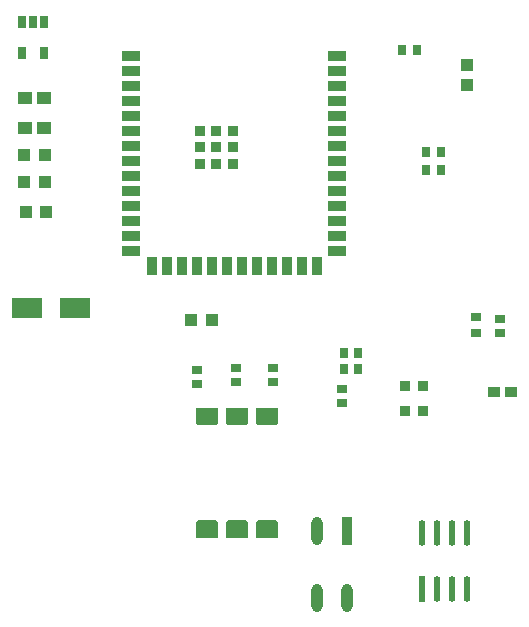
<source format=gtp>
G04*
G04 #@! TF.GenerationSoftware,Altium Limited,Altium Designer,24.4.1 (13)*
G04*
G04 Layer_Color=8421504*
%FSLAX44Y44*%
%MOMM*%
G71*
G04*
G04 #@! TF.SameCoordinates,F71D25A8-AE48-4460-AF49-DCF2FFE79A6F*
G04*
G04*
G04 #@! TF.FilePolarity,Positive*
G04*
G01*
G75*
%ADD17R,0.8500X0.7000*%
%ADD18R,1.1000X1.0000*%
%ADD19R,0.9000X0.9000*%
%ADD20R,1.5000X0.9000*%
%ADD21R,0.9000X1.5000*%
%ADD22R,0.8500X0.8500*%
%ADD23R,0.9000X0.7000*%
%ADD24R,0.7000X0.8500*%
%ADD25R,1.0000X1.1000*%
%ADD26R,1.0065X0.9582*%
G04:AMPARAMS|DCode=27|XSize=2.1741mm|YSize=0.5821mm|CornerRadius=0.2911mm|HoleSize=0mm|Usage=FLASHONLY|Rotation=90.000|XOffset=0mm|YOffset=0mm|HoleType=Round|Shape=RoundedRectangle|*
%AMROUNDEDRECTD27*
21,1,2.1741,0.0000,0,0,90.0*
21,1,1.5919,0.5821,0,0,90.0*
1,1,0.5821,0.0000,0.7960*
1,1,0.5821,0.0000,-0.7960*
1,1,0.5821,0.0000,-0.7960*
1,1,0.5821,0.0000,0.7960*
%
%ADD27ROUNDEDRECTD27*%
%ADD28R,0.5821X2.1741*%
G04:AMPARAMS|DCode=29|XSize=2.4033mm|YSize=0.9461mm|CornerRadius=0.473mm|HoleSize=0mm|Usage=FLASHONLY|Rotation=270.000|XOffset=0mm|YOffset=0mm|HoleType=Round|Shape=RoundedRectangle|*
%AMROUNDEDRECTD29*
21,1,2.4033,0.0000,0,0,270.0*
21,1,1.4572,0.9461,0,0,270.0*
1,1,0.9461,0.0000,-0.7286*
1,1,0.9461,0.0000,0.7286*
1,1,0.9461,0.0000,0.7286*
1,1,0.9461,0.0000,-0.7286*
%
%ADD29ROUNDEDRECTD29*%
%ADD30R,0.9461X2.4033*%
%ADD31C,1.3680*%
%ADD32R,2.5000X1.7000*%
G04:AMPARAMS|DCode=33|XSize=1.1mm|YSize=0.6mm|CornerRadius=0.051mm|HoleSize=0mm|Usage=FLASHONLY|Rotation=270.000|XOffset=0mm|YOffset=0mm|HoleType=Round|Shape=RoundedRectangle|*
%AMROUNDEDRECTD33*
21,1,1.1000,0.4980,0,0,270.0*
21,1,0.9980,0.6000,0,0,270.0*
1,1,0.1020,-0.2490,-0.4990*
1,1,0.1020,-0.2490,0.4990*
1,1,0.1020,0.2490,0.4990*
1,1,0.1020,0.2490,-0.4990*
%
%ADD33ROUNDEDRECTD33*%
%ADD34R,1.2065X1.0582*%
G36*
X214826Y232669D02*
X215529Y231966D01*
X215910Y231047D01*
Y230550D01*
Y217850D01*
X198110D01*
Y230550D01*
Y231047D01*
X198491Y231966D01*
X199194Y232669D01*
X200113Y233050D01*
X213907D01*
X214826Y232669D01*
D02*
G37*
G36*
X240226D02*
X240929Y231966D01*
X241310Y231047D01*
Y230550D01*
Y217850D01*
X223510D01*
Y230550D01*
Y231047D01*
X223891Y231966D01*
X224594Y232669D01*
X225513Y233050D01*
X239307D01*
X240226Y232669D01*
D02*
G37*
G36*
X265626D02*
X266329Y231966D01*
X266710Y231047D01*
Y230550D01*
Y217850D01*
X248910D01*
Y230550D01*
Y231047D01*
X249291Y231966D01*
X249994Y232669D01*
X250913Y233050D01*
X264707D01*
X265626Y232669D01*
D02*
G37*
G36*
X215910Y315550D02*
Y315053D01*
X215529Y314134D01*
X214826Y313431D01*
X213907Y313050D01*
X200113D01*
X199194Y313431D01*
X198491Y314134D01*
X198110Y315053D01*
Y315550D01*
Y328250D01*
X215910D01*
Y315550D01*
D02*
G37*
G36*
X241310D02*
Y315053D01*
X240929Y314134D01*
X240226Y313431D01*
X239307Y313050D01*
X225513D01*
X224594Y313431D01*
X223891Y314134D01*
X223510Y315053D01*
Y315550D01*
Y328250D01*
X241310D01*
Y315550D01*
D02*
G37*
G36*
X266710D02*
Y315053D01*
X266329Y314134D01*
X265626Y313431D01*
X264707Y313050D01*
X250913D01*
X249994Y313431D01*
X249291Y314134D01*
X248910Y315053D01*
Y315550D01*
Y328250D01*
X266710D01*
Y315550D01*
D02*
G37*
D17*
X262890Y349600D02*
D03*
Y361600D02*
D03*
X454660Y403510D02*
D03*
Y391510D02*
D03*
X321310Y343820D02*
D03*
Y331820D02*
D03*
X198120Y348330D02*
D03*
Y360330D02*
D03*
X231140Y349600D02*
D03*
Y361600D02*
D03*
D18*
X69460Y519430D02*
D03*
X52460D02*
D03*
X193820Y402590D02*
D03*
X210820D02*
D03*
X53730Y494030D02*
D03*
X70730D02*
D03*
X69460Y542290D02*
D03*
X52460D02*
D03*
D19*
X214870Y548710D02*
D03*
X200870D02*
D03*
X228870D02*
D03*
X200870Y534710D02*
D03*
X214870D02*
D03*
X228870D02*
D03*
X200870Y562710D02*
D03*
X214870D02*
D03*
X228870D02*
D03*
D20*
X142370Y625910D02*
D03*
Y613210D02*
D03*
Y600510D02*
D03*
Y587810D02*
D03*
Y575110D02*
D03*
Y562410D02*
D03*
Y549710D02*
D03*
Y537010D02*
D03*
Y524310D02*
D03*
Y511610D02*
D03*
Y498910D02*
D03*
Y486210D02*
D03*
Y473510D02*
D03*
Y460810D02*
D03*
X317370D02*
D03*
Y473510D02*
D03*
Y486210D02*
D03*
Y498910D02*
D03*
Y511610D02*
D03*
Y524310D02*
D03*
Y537010D02*
D03*
Y549710D02*
D03*
Y562410D02*
D03*
Y575110D02*
D03*
Y587810D02*
D03*
Y600510D02*
D03*
Y613210D02*
D03*
Y625910D02*
D03*
D21*
X160020Y448310D02*
D03*
X172720D02*
D03*
X185420D02*
D03*
X198120D02*
D03*
X210820D02*
D03*
X223520D02*
D03*
X236220D02*
D03*
X248920D02*
D03*
X261620D02*
D03*
X274320D02*
D03*
X287020D02*
D03*
X299720D02*
D03*
D22*
X374520Y325120D02*
D03*
X390020D02*
D03*
X374520Y346710D02*
D03*
X390020D02*
D03*
D23*
X434340Y391130D02*
D03*
Y405130D02*
D03*
D24*
X404780Y529590D02*
D03*
X392780D02*
D03*
X404780Y544830D02*
D03*
X392780D02*
D03*
X322930Y360680D02*
D03*
X334930D02*
D03*
X372460Y631190D02*
D03*
X384460D02*
D03*
X322930Y374650D02*
D03*
X334930D02*
D03*
D25*
X427301Y601300D02*
D03*
Y618300D02*
D03*
D26*
X464458Y341630D02*
D03*
X449941D02*
D03*
D27*
X388620Y221781D02*
D03*
X401320D02*
D03*
X414020D02*
D03*
X426720D02*
D03*
Y174459D02*
D03*
X414020D02*
D03*
X401320D02*
D03*
D28*
X388620D02*
D03*
D29*
X325120Y167076D02*
D03*
X299720D02*
D03*
Y224084D02*
D03*
D30*
X325120D02*
D03*
D31*
X207010Y320650D02*
D03*
X232410D02*
D03*
X257810D02*
D03*
Y225450D02*
D03*
X232410D02*
D03*
X207010D02*
D03*
D32*
X94930Y412750D02*
D03*
X54930D02*
D03*
D33*
X69190Y628350D02*
D03*
X50190D02*
D03*
Y654350D02*
D03*
X59690D02*
D03*
X69190D02*
D03*
D34*
X52702Y590550D02*
D03*
X69219D02*
D03*
X52702Y565150D02*
D03*
X69219D02*
D03*
M02*

</source>
